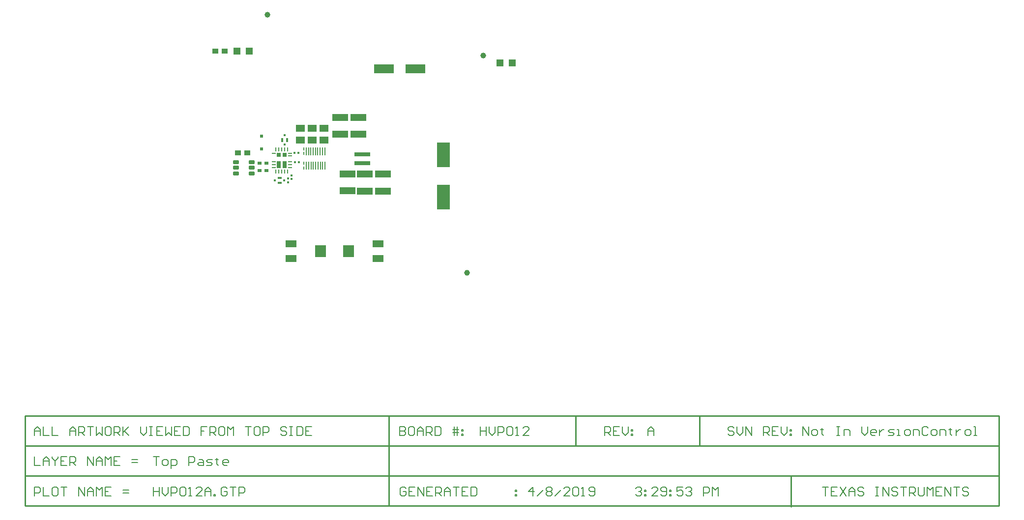
<source format=gtp>
G04*
G04 #@! TF.GenerationSoftware,Altium Limited,Altium Designer,18.1.9 (240)*
G04*
G04 Layer_Color=9021481*
%FSAX25Y25*%
%MOIN*%
G70*
G01*
G75*
%ADD16C,0.01000*%
%ADD17C,0.00800*%
G04:AMPARAMS|DCode=26|XSize=27.95mil|YSize=29.53mil|CornerRadius=1.82mil|HoleSize=0mil|Usage=FLASHONLY|Rotation=90.000|XOffset=0mil|YOffset=0mil|HoleType=Round|Shape=RoundedRectangle|*
%AMROUNDEDRECTD26*
21,1,0.02795,0.02589,0,0,90.0*
21,1,0.02432,0.02953,0,0,90.0*
1,1,0.00363,0.01295,0.01216*
1,1,0.00363,0.01295,-0.01216*
1,1,0.00363,-0.01295,-0.01216*
1,1,0.00363,-0.01295,0.01216*
%
%ADD26ROUNDEDRECTD26*%
G04:AMPARAMS|DCode=27|XSize=44.49mil|YSize=29.53mil|CornerRadius=1.92mil|HoleSize=0mil|Usage=FLASHONLY|Rotation=90.000|XOffset=0mil|YOffset=0mil|HoleType=Round|Shape=RoundedRectangle|*
%AMROUNDEDRECTD27*
21,1,0.04449,0.02569,0,0,90.0*
21,1,0.04065,0.02953,0,0,90.0*
1,1,0.00384,0.01284,0.02032*
1,1,0.00384,0.01284,-0.02032*
1,1,0.00384,-0.01284,-0.02032*
1,1,0.00384,-0.01284,0.02032*
%
%ADD27ROUNDEDRECTD27*%
G04:AMPARAMS|DCode=28|XSize=9.84mil|YSize=23.62mil|CornerRadius=1.97mil|HoleSize=0mil|Usage=FLASHONLY|Rotation=90.000|XOffset=0mil|YOffset=0mil|HoleType=Round|Shape=RoundedRectangle|*
%AMROUNDEDRECTD28*
21,1,0.00984,0.01968,0,0,90.0*
21,1,0.00591,0.02362,0,0,90.0*
1,1,0.00394,0.00984,0.00295*
1,1,0.00394,0.00984,-0.00295*
1,1,0.00394,-0.00984,-0.00295*
1,1,0.00394,-0.00984,0.00295*
%
%ADD28ROUNDEDRECTD28*%
G04:AMPARAMS|DCode=29|XSize=9.84mil|YSize=23.62mil|CornerRadius=1.97mil|HoleSize=0mil|Usage=FLASHONLY|Rotation=0.000|XOffset=0mil|YOffset=0mil|HoleType=Round|Shape=RoundedRectangle|*
%AMROUNDEDRECTD29*
21,1,0.00984,0.01968,0,0,0.0*
21,1,0.00591,0.02362,0,0,0.0*
1,1,0.00394,0.00295,-0.00984*
1,1,0.00394,-0.00295,-0.00984*
1,1,0.00394,-0.00295,0.00984*
1,1,0.00394,0.00295,0.00984*
%
%ADD29ROUNDEDRECTD29*%
%ADD30R,0.10630X0.05118*%
%ADD31R,0.01575X0.01575*%
%ADD32R,0.03150X0.01575*%
%ADD33R,0.06300X0.05000*%
%ADD34R,0.13780X0.06299*%
%ADD35R,0.03937X0.03740*%
%ADD36R,0.01575X0.01575*%
%ADD37R,0.01575X0.03150*%
%ADD38R,0.08661X0.16535*%
%ADD39R,0.01968X0.01968*%
%ADD40R,0.04724X0.04724*%
%ADD41C,0.03937*%
%ADD42O,0.00709X0.05362*%
%ADD43O,0.00709X0.02205*%
%ADD44R,0.03150X0.02362*%
%ADD45R,0.01811X0.01654*%
%ADD46R,0.10827X0.02559*%
%ADD47R,0.01654X0.01811*%
%ADD48R,0.07480X0.05118*%
%ADD49R,0.07480X0.07874*%
G04:AMPARAMS|DCode=50|XSize=23.62mil|YSize=39.37mil|CornerRadius=2.01mil|HoleSize=0mil|Usage=FLASHONLY|Rotation=90.000|XOffset=0mil|YOffset=0mil|HoleType=Round|Shape=RoundedRectangle|*
%AMROUNDEDRECTD50*
21,1,0.02362,0.03535,0,0,90.0*
21,1,0.01961,0.03937,0,0,90.0*
1,1,0.00402,0.01768,0.00980*
1,1,0.00402,0.01768,-0.00980*
1,1,0.00402,-0.01768,-0.00980*
1,1,0.00402,-0.01768,0.00980*
%
%ADD50ROUNDEDRECTD50*%
G54D16*
X0497200Y0080717D02*
Y0101050D01*
X0413200Y0080717D02*
Y0101050D01*
X0040000Y0080717D02*
X0700200D01*
X0040000Y0060383D02*
X0700000D01*
X0040000Y0040050D02*
X0440500D01*
X0040050Y0101050D02*
X0700200D01*
X0040050Y0040050D02*
Y0101050D01*
Y0040050D02*
X0197600D01*
X0040000D02*
Y0101050D01*
X0286500Y0040050D02*
Y0101050D01*
X0700200Y0040050D02*
Y0101050D01*
X0440500Y0040050D02*
X0700200D01*
X0559400Y0039400D02*
Y0059683D01*
G54D17*
X0126900Y0073549D02*
X0130899D01*
X0128899D01*
Y0067551D01*
X0133898D02*
X0135897D01*
X0136897Y0068550D01*
Y0070550D01*
X0135897Y0071549D01*
X0133898D01*
X0132898Y0070550D01*
Y0068550D01*
X0133898Y0067551D01*
X0138896Y0065551D02*
Y0071549D01*
X0141895D01*
X0142895Y0070550D01*
Y0068550D01*
X0141895Y0067551D01*
X0138896D01*
X0150892D02*
Y0073549D01*
X0153891D01*
X0154891Y0072549D01*
Y0070550D01*
X0153891Y0069550D01*
X0150892D01*
X0157890Y0071549D02*
X0159889D01*
X0160889Y0070550D01*
Y0067551D01*
X0157890D01*
X0156890Y0068550D01*
X0157890Y0069550D01*
X0160889D01*
X0162888Y0067551D02*
X0165887D01*
X0166887Y0068550D01*
X0165887Y0069550D01*
X0163888D01*
X0162888Y0070550D01*
X0163888Y0071549D01*
X0166887D01*
X0169886Y0072549D02*
Y0071549D01*
X0168886D01*
X0170886D01*
X0169886D01*
Y0068550D01*
X0170886Y0067551D01*
X0176884D02*
X0174884D01*
X0173885Y0068550D01*
Y0070550D01*
X0174884Y0071549D01*
X0176884D01*
X0177884Y0070550D01*
Y0069550D01*
X0173885D01*
X0567400Y0087833D02*
Y0093831D01*
X0571399Y0087833D01*
Y0093831D01*
X0574398Y0087833D02*
X0576397D01*
X0577397Y0088833D01*
Y0090832D01*
X0576397Y0091832D01*
X0574398D01*
X0573398Y0090832D01*
Y0088833D01*
X0574398Y0087833D01*
X0580396Y0092832D02*
Y0091832D01*
X0579396D01*
X0581395D01*
X0580396D01*
Y0088833D01*
X0581395Y0087833D01*
X0590393Y0093831D02*
X0592392D01*
X0591392D01*
Y0087833D01*
X0590393D01*
X0592392D01*
X0595391D02*
Y0091832D01*
X0598390D01*
X0599390Y0090832D01*
Y0087833D01*
X0607387Y0093831D02*
Y0089833D01*
X0609386Y0087833D01*
X0611386Y0089833D01*
Y0093831D01*
X0616384Y0087833D02*
X0614385D01*
X0613385Y0088833D01*
Y0090832D01*
X0614385Y0091832D01*
X0616384D01*
X0617384Y0090832D01*
Y0089833D01*
X0613385D01*
X0619383Y0091832D02*
Y0087833D01*
Y0089833D01*
X0620383Y0090832D01*
X0621383Y0091832D01*
X0622382D01*
X0625381Y0087833D02*
X0628380D01*
X0629380Y0088833D01*
X0628380Y0089833D01*
X0626381D01*
X0625381Y0090832D01*
X0626381Y0091832D01*
X0629380D01*
X0631379Y0087833D02*
X0633379D01*
X0632379D01*
Y0091832D01*
X0631379D01*
X0637377Y0087833D02*
X0639377D01*
X0640376Y0088833D01*
Y0090832D01*
X0639377Y0091832D01*
X0637377D01*
X0636378Y0090832D01*
Y0088833D01*
X0637377Y0087833D01*
X0642376D02*
Y0091832D01*
X0645375D01*
X0646374Y0090832D01*
Y0087833D01*
X0652373Y0092832D02*
X0651373Y0093831D01*
X0649373D01*
X0648374Y0092832D01*
Y0088833D01*
X0649373Y0087833D01*
X0651373D01*
X0652373Y0088833D01*
X0655372Y0087833D02*
X0657371D01*
X0658371Y0088833D01*
Y0090832D01*
X0657371Y0091832D01*
X0655372D01*
X0654372Y0090832D01*
Y0088833D01*
X0655372Y0087833D01*
X0660370D02*
Y0091832D01*
X0663369D01*
X0664369Y0090832D01*
Y0087833D01*
X0667368Y0092832D02*
Y0091832D01*
X0666368D01*
X0668367D01*
X0667368D01*
Y0088833D01*
X0668367Y0087833D01*
X0671366Y0091832D02*
Y0087833D01*
Y0089833D01*
X0672366Y0090832D01*
X0673366Y0091832D01*
X0674365D01*
X0678364Y0087833D02*
X0680364D01*
X0681363Y0088833D01*
Y0090832D01*
X0680364Y0091832D01*
X0678364D01*
X0677364Y0090832D01*
Y0088833D01*
X0678364Y0087833D01*
X0683362D02*
X0685362D01*
X0684362D01*
Y0093831D01*
X0683362D01*
X0520799Y0092832D02*
X0519799Y0093831D01*
X0517800D01*
X0516800Y0092832D01*
Y0091832D01*
X0517800Y0090832D01*
X0519799D01*
X0520799Y0089833D01*
Y0088833D01*
X0519799Y0087833D01*
X0517800D01*
X0516800Y0088833D01*
X0522798Y0093831D02*
Y0089833D01*
X0524797Y0087833D01*
X0526797Y0089833D01*
Y0093831D01*
X0528796Y0087833D02*
Y0093831D01*
X0532795Y0087833D01*
Y0093831D01*
X0540792Y0087833D02*
Y0093831D01*
X0543791D01*
X0544791Y0092832D01*
Y0090832D01*
X0543791Y0089833D01*
X0540792D01*
X0542792D02*
X0544791Y0087833D01*
X0550789Y0093831D02*
X0546790D01*
Y0087833D01*
X0550789D01*
X0546790Y0090832D02*
X0548790D01*
X0552788Y0093831D02*
Y0089833D01*
X0554788Y0087833D01*
X0556787Y0089833D01*
Y0093831D01*
X0558786Y0091832D02*
X0559786D01*
Y0090832D01*
X0558786D01*
Y0091832D01*
Y0088833D02*
X0559786D01*
Y0087833D01*
X0558786D01*
Y0088833D01*
X0433000Y0087833D02*
Y0093831D01*
X0435999D01*
X0436999Y0092832D01*
Y0090832D01*
X0435999Y0089833D01*
X0433000D01*
X0434999D02*
X0436999Y0087833D01*
X0442997Y0093831D02*
X0438998D01*
Y0087833D01*
X0442997D01*
X0438998Y0090832D02*
X0440997D01*
X0444996Y0093831D02*
Y0089833D01*
X0446995Y0087833D01*
X0448995Y0089833D01*
Y0093831D01*
X0450994Y0091832D02*
X0451994D01*
Y0090832D01*
X0450994D01*
Y0091832D01*
Y0088833D02*
X0451994D01*
Y0087833D01*
X0450994D01*
Y0088833D01*
X0126900Y0052965D02*
Y0046966D01*
Y0049966D01*
X0130899D01*
Y0052965D01*
Y0046966D01*
X0132898Y0052965D02*
Y0048966D01*
X0134897Y0046966D01*
X0136897Y0048966D01*
Y0052965D01*
X0138896Y0046966D02*
Y0052965D01*
X0141895D01*
X0142895Y0051965D01*
Y0049966D01*
X0141895Y0048966D01*
X0138896D01*
X0144894Y0051965D02*
X0145894Y0052965D01*
X0147893D01*
X0148893Y0051965D01*
Y0047966D01*
X0147893Y0046966D01*
X0145894D01*
X0144894Y0047966D01*
Y0051965D01*
X0150892Y0046966D02*
X0152892D01*
X0151892D01*
Y0052965D01*
X0150892Y0051965D01*
X0159889Y0046966D02*
X0155891D01*
X0159889Y0050965D01*
Y0051965D01*
X0158890Y0052965D01*
X0156890D01*
X0155891Y0051965D01*
X0161889Y0046966D02*
Y0050965D01*
X0163888Y0052965D01*
X0165887Y0050965D01*
Y0046966D01*
Y0049966D01*
X0161889D01*
X0167887Y0046966D02*
Y0047966D01*
X0168886D01*
Y0046966D01*
X0167887D01*
X0176884Y0051965D02*
X0175884Y0052965D01*
X0173885D01*
X0172885Y0051965D01*
Y0047966D01*
X0173885Y0046966D01*
X0175884D01*
X0176884Y0047966D01*
Y0049966D01*
X0174884D01*
X0178883Y0052965D02*
X0182882D01*
X0180883D01*
Y0046966D01*
X0184881D02*
Y0052965D01*
X0187880D01*
X0188880Y0051965D01*
Y0049966D01*
X0187880Y0048966D01*
X0184881D01*
X0384149Y0046966D02*
Y0052965D01*
X0381150Y0049966D01*
X0385149D01*
X0387148Y0046966D02*
X0391147Y0050965D01*
X0393146Y0051965D02*
X0394146Y0052965D01*
X0396145D01*
X0397145Y0051965D01*
Y0050965D01*
X0396145Y0049966D01*
X0397145Y0048966D01*
Y0047966D01*
X0396145Y0046966D01*
X0394146D01*
X0393146Y0047966D01*
Y0048966D01*
X0394146Y0049966D01*
X0393146Y0050965D01*
Y0051965D01*
X0394146Y0049966D02*
X0396145D01*
X0399144Y0046966D02*
X0403143Y0050965D01*
X0409141Y0046966D02*
X0405142D01*
X0409141Y0050965D01*
Y0051965D01*
X0408141Y0052965D01*
X0406142D01*
X0405142Y0051965D01*
X0411140D02*
X0412140Y0052965D01*
X0414139D01*
X0415139Y0051965D01*
Y0047966D01*
X0414139Y0046966D01*
X0412140D01*
X0411140Y0047966D01*
Y0051965D01*
X0417138Y0046966D02*
X0419138D01*
X0418138D01*
Y0052965D01*
X0417138Y0051965D01*
X0422137Y0047966D02*
X0423136Y0046966D01*
X0425136D01*
X0426135Y0047966D01*
Y0051965D01*
X0425136Y0052965D01*
X0423136D01*
X0422137Y0051965D01*
Y0050965D01*
X0423136Y0049966D01*
X0426135D01*
X0298199Y0051965D02*
X0297199Y0052965D01*
X0295200D01*
X0294200Y0051965D01*
Y0047966D01*
X0295200Y0046966D01*
X0297199D01*
X0298199Y0047966D01*
Y0049966D01*
X0296199D01*
X0304197Y0052965D02*
X0300198D01*
Y0046966D01*
X0304197D01*
X0300198Y0049966D02*
X0302197D01*
X0306196Y0046966D02*
Y0052965D01*
X0310195Y0046966D01*
Y0052965D01*
X0316193D02*
X0312194D01*
Y0046966D01*
X0316193D01*
X0312194Y0049966D02*
X0314194D01*
X0318192Y0046966D02*
Y0052965D01*
X0321191D01*
X0322191Y0051965D01*
Y0049966D01*
X0321191Y0048966D01*
X0318192D01*
X0320192D02*
X0322191Y0046966D01*
X0324190D02*
Y0050965D01*
X0326190Y0052965D01*
X0328189Y0050965D01*
Y0046966D01*
Y0049966D01*
X0324190D01*
X0330188Y0052965D02*
X0334187D01*
X0332188D01*
Y0046966D01*
X0340185Y0052965D02*
X0336186D01*
Y0046966D01*
X0340185D01*
X0336186Y0049966D02*
X0338186D01*
X0342184Y0052965D02*
Y0046966D01*
X0345183D01*
X0346183Y0047966D01*
Y0051965D01*
X0345183Y0052965D01*
X0342184D01*
X0372175Y0050965D02*
X0373175D01*
Y0049966D01*
X0372175D01*
Y0050965D01*
Y0047966D02*
X0373175D01*
Y0046966D01*
X0372175D01*
Y0047966D01*
X0046350Y0087833D02*
Y0091832D01*
X0048349Y0093831D01*
X0050349Y0091832D01*
Y0087833D01*
Y0090832D01*
X0046350D01*
X0052348Y0093831D02*
Y0087833D01*
X0056347D01*
X0058346Y0093831D02*
Y0087833D01*
X0062345D01*
X0070342D02*
Y0091832D01*
X0072342Y0093831D01*
X0074341Y0091832D01*
Y0087833D01*
Y0090832D01*
X0070342D01*
X0076340Y0087833D02*
Y0093831D01*
X0079339D01*
X0080339Y0092832D01*
Y0090832D01*
X0079339Y0089833D01*
X0076340D01*
X0078340D02*
X0080339Y0087833D01*
X0082338Y0093831D02*
X0086337D01*
X0084338D01*
Y0087833D01*
X0088336Y0093831D02*
Y0087833D01*
X0090336Y0089833D01*
X0092335Y0087833D01*
Y0093831D01*
X0097334D02*
X0095334D01*
X0094335Y0092832D01*
Y0088833D01*
X0095334Y0087833D01*
X0097334D01*
X0098333Y0088833D01*
Y0092832D01*
X0097334Y0093831D01*
X0100332Y0087833D02*
Y0093831D01*
X0103332D01*
X0104331Y0092832D01*
Y0090832D01*
X0103332Y0089833D01*
X0100332D01*
X0102332D02*
X0104331Y0087833D01*
X0106331Y0093831D02*
Y0087833D01*
Y0089833D01*
X0110329Y0093831D01*
X0107330Y0090832D01*
X0110329Y0087833D01*
X0118327Y0093831D02*
Y0089833D01*
X0120326Y0087833D01*
X0122325Y0089833D01*
Y0093831D01*
X0124325D02*
X0126324D01*
X0125324D01*
Y0087833D01*
X0124325D01*
X0126324D01*
X0133322Y0093831D02*
X0129323D01*
Y0087833D01*
X0133322D01*
X0129323Y0090832D02*
X0131323D01*
X0135321Y0093831D02*
Y0087833D01*
X0137321Y0089833D01*
X0139320Y0087833D01*
Y0093831D01*
X0145318D02*
X0141319D01*
Y0087833D01*
X0145318D01*
X0141319Y0090832D02*
X0143319D01*
X0147317Y0093831D02*
Y0087833D01*
X0150316D01*
X0151316Y0088833D01*
Y0092832D01*
X0150316Y0093831D01*
X0147317D01*
X0163312D02*
X0159313D01*
Y0090832D01*
X0161313D01*
X0159313D01*
Y0087833D01*
X0165312D02*
Y0093831D01*
X0168310D01*
X0169310Y0092832D01*
Y0090832D01*
X0168310Y0089833D01*
X0165312D01*
X0167311D02*
X0169310Y0087833D01*
X0174309Y0093831D02*
X0172309D01*
X0171310Y0092832D01*
Y0088833D01*
X0172309Y0087833D01*
X0174309D01*
X0175308Y0088833D01*
Y0092832D01*
X0174309Y0093831D01*
X0177308Y0087833D02*
Y0093831D01*
X0179307Y0091832D01*
X0181306Y0093831D01*
Y0087833D01*
X0189304Y0093831D02*
X0193303D01*
X0191303D01*
Y0087833D01*
X0198301Y0093831D02*
X0196301D01*
X0195302Y0092832D01*
Y0088833D01*
X0196301Y0087833D01*
X0198301D01*
X0199301Y0088833D01*
Y0092832D01*
X0198301Y0093831D01*
X0201300Y0087833D02*
Y0093831D01*
X0204299D01*
X0205299Y0092832D01*
Y0090832D01*
X0204299Y0089833D01*
X0201300D01*
X0217295Y0092832D02*
X0216295Y0093831D01*
X0214296D01*
X0213296Y0092832D01*
Y0091832D01*
X0214296Y0090832D01*
X0216295D01*
X0217295Y0089833D01*
Y0088833D01*
X0216295Y0087833D01*
X0214296D01*
X0213296Y0088833D01*
X0219294Y0093831D02*
X0221293D01*
X0220294D01*
Y0087833D01*
X0219294D01*
X0221293D01*
X0224292Y0093831D02*
Y0087833D01*
X0227291D01*
X0228291Y0088833D01*
Y0092832D01*
X0227291Y0093831D01*
X0224292D01*
X0234289D02*
X0230291D01*
Y0087833D01*
X0234289D01*
X0230291Y0090832D02*
X0232290D01*
X0462150Y0087833D02*
Y0091832D01*
X0464149Y0093831D01*
X0466149Y0091832D01*
Y0087833D01*
Y0090832D01*
X0462150D01*
X0348550Y0093831D02*
Y0087833D01*
Y0090832D01*
X0352549D01*
Y0093831D01*
Y0087833D01*
X0354548Y0093831D02*
Y0089833D01*
X0356547Y0087833D01*
X0358547Y0089833D01*
Y0093831D01*
X0360546Y0087833D02*
Y0093831D01*
X0363545D01*
X0364545Y0092832D01*
Y0090832D01*
X0363545Y0089833D01*
X0360546D01*
X0366544Y0092832D02*
X0367544Y0093831D01*
X0369543D01*
X0370543Y0092832D01*
Y0088833D01*
X0369543Y0087833D01*
X0367544D01*
X0366544Y0088833D01*
Y0092832D01*
X0372542Y0087833D02*
X0374542D01*
X0373542D01*
Y0093831D01*
X0372542Y0092832D01*
X0381539Y0087833D02*
X0377541D01*
X0381539Y0091832D01*
Y0092832D01*
X0380540Y0093831D01*
X0378540D01*
X0377541Y0092832D01*
X0294000Y0093831D02*
Y0087833D01*
X0296999D01*
X0297999Y0088833D01*
Y0089833D01*
X0296999Y0090832D01*
X0294000D01*
X0296999D01*
X0297999Y0091832D01*
Y0092832D01*
X0296999Y0093831D01*
X0294000D01*
X0302997D02*
X0300998D01*
X0299998Y0092832D01*
Y0088833D01*
X0300998Y0087833D01*
X0302997D01*
X0303997Y0088833D01*
Y0092832D01*
X0302997Y0093831D01*
X0305996Y0087833D02*
Y0091832D01*
X0307996Y0093831D01*
X0309995Y0091832D01*
Y0087833D01*
Y0090832D01*
X0305996D01*
X0311994Y0087833D02*
Y0093831D01*
X0314993D01*
X0315993Y0092832D01*
Y0090832D01*
X0314993Y0089833D01*
X0311994D01*
X0313994D02*
X0315993Y0087833D01*
X0317992Y0093831D02*
Y0087833D01*
X0320991D01*
X0321991Y0088833D01*
Y0092832D01*
X0320991Y0093831D01*
X0317992D01*
X0330988Y0087833D02*
Y0093831D01*
X0332987D02*
Y0087833D01*
X0329988Y0091832D02*
X0332987D01*
X0333987D01*
X0329988Y0089833D02*
X0333987D01*
X0335986Y0091832D02*
X0336986D01*
Y0090832D01*
X0335986D01*
Y0091832D01*
Y0088833D02*
X0336986D01*
Y0087833D01*
X0335986D01*
Y0088833D01*
X0046350Y0073549D02*
Y0067551D01*
X0050349D01*
X0052348D02*
Y0071549D01*
X0054347Y0073549D01*
X0056347Y0071549D01*
Y0067551D01*
Y0070550D01*
X0052348D01*
X0058346Y0073549D02*
Y0072549D01*
X0060346Y0070550D01*
X0062345Y0072549D01*
Y0073549D01*
X0060346Y0070550D02*
Y0067551D01*
X0068343Y0073549D02*
X0064344D01*
Y0067551D01*
X0068343D01*
X0064344Y0070550D02*
X0066343D01*
X0070342Y0067551D02*
Y0073549D01*
X0073341D01*
X0074341Y0072549D01*
Y0070550D01*
X0073341Y0069550D01*
X0070342D01*
X0072342D02*
X0074341Y0067551D01*
X0082338D02*
Y0073549D01*
X0086337Y0067551D01*
Y0073549D01*
X0088336Y0067551D02*
Y0071549D01*
X0090336Y0073549D01*
X0092335Y0071549D01*
Y0067551D01*
Y0070550D01*
X0088336D01*
X0094335Y0067551D02*
Y0073549D01*
X0096334Y0071549D01*
X0098333Y0073549D01*
Y0067551D01*
X0104331Y0073549D02*
X0100332D01*
Y0067551D01*
X0104331D01*
X0100332Y0070550D02*
X0102332D01*
X0112329Y0069550D02*
X0116327D01*
X0112329Y0071549D02*
X0116327D01*
X0046350Y0046966D02*
Y0052965D01*
X0049349D01*
X0050349Y0051965D01*
Y0049966D01*
X0049349Y0048966D01*
X0046350D01*
X0052348Y0052965D02*
Y0046966D01*
X0056347D01*
X0061345Y0052965D02*
X0059346D01*
X0058346Y0051965D01*
Y0047966D01*
X0059346Y0046966D01*
X0061345D01*
X0062345Y0047966D01*
Y0051965D01*
X0061345Y0052965D01*
X0064344D02*
X0068343D01*
X0066343D01*
Y0046966D01*
X0076340D02*
Y0052965D01*
X0080339Y0046966D01*
Y0052965D01*
X0082338Y0046966D02*
Y0050965D01*
X0084338Y0052965D01*
X0086337Y0050965D01*
Y0046966D01*
Y0049966D01*
X0082338D01*
X0088336Y0046966D02*
Y0052965D01*
X0090336Y0050965D01*
X0092335Y0052965D01*
Y0046966D01*
X0098333Y0052965D02*
X0094335D01*
Y0046966D01*
X0098333D01*
X0094335Y0049966D02*
X0096334D01*
X0106331Y0048966D02*
X0110329D01*
X0106331Y0050965D02*
X0110329D01*
X0454050Y0051965D02*
X0455050Y0052965D01*
X0457049D01*
X0458049Y0051965D01*
Y0050965D01*
X0457049Y0049966D01*
X0456049D01*
X0457049D01*
X0458049Y0048966D01*
Y0047966D01*
X0457049Y0046966D01*
X0455050D01*
X0454050Y0047966D01*
X0460048Y0050965D02*
X0461048D01*
Y0049966D01*
X0460048D01*
Y0050965D01*
Y0047966D02*
X0461048D01*
Y0046966D01*
X0460048D01*
Y0047966D01*
X0469045Y0046966D02*
X0465046D01*
X0469045Y0050965D01*
Y0051965D01*
X0468046Y0052965D01*
X0466046D01*
X0465046Y0051965D01*
X0471044Y0047966D02*
X0472044Y0046966D01*
X0474044D01*
X0475043Y0047966D01*
Y0051965D01*
X0474044Y0052965D01*
X0472044D01*
X0471044Y0051965D01*
Y0050965D01*
X0472044Y0049966D01*
X0475043D01*
X0477043Y0050965D02*
X0478042D01*
Y0049966D01*
X0477043D01*
Y0050965D01*
Y0047966D02*
X0478042D01*
Y0046966D01*
X0477043D01*
Y0047966D01*
X0486040Y0052965D02*
X0482041D01*
Y0049966D01*
X0484040Y0050965D01*
X0485040D01*
X0486040Y0049966D01*
Y0047966D01*
X0485040Y0046966D01*
X0483041D01*
X0482041Y0047966D01*
X0488039Y0051965D02*
X0489039Y0052965D01*
X0491038D01*
X0492038Y0051965D01*
Y0050965D01*
X0491038Y0049966D01*
X0490038D01*
X0491038D01*
X0492038Y0048966D01*
Y0047966D01*
X0491038Y0046966D01*
X0489039D01*
X0488039Y0047966D01*
X0500035Y0046966D02*
Y0052965D01*
X0503034D01*
X0504034Y0051965D01*
Y0049966D01*
X0503034Y0048966D01*
X0500035D01*
X0506033Y0046966D02*
Y0052965D01*
X0508033Y0050965D01*
X0510032Y0052965D01*
Y0046966D01*
X0580500Y0052965D02*
X0584499D01*
X0582499D01*
Y0046966D01*
X0590497Y0052965D02*
X0586498D01*
Y0046966D01*
X0590497D01*
X0586498Y0049966D02*
X0588497D01*
X0592496Y0052965D02*
X0596495Y0046966D01*
Y0052965D02*
X0592496Y0046966D01*
X0598494D02*
Y0050965D01*
X0600493Y0052965D01*
X0602493Y0050965D01*
Y0046966D01*
Y0049966D01*
X0598494D01*
X0608491Y0051965D02*
X0607491Y0052965D01*
X0605492D01*
X0604492Y0051965D01*
Y0050965D01*
X0605492Y0049966D01*
X0607491D01*
X0608491Y0048966D01*
Y0047966D01*
X0607491Y0046966D01*
X0605492D01*
X0604492Y0047966D01*
X0616488Y0052965D02*
X0618488D01*
X0617488D01*
Y0046966D01*
X0616488D01*
X0618488D01*
X0621487D02*
Y0052965D01*
X0625486Y0046966D01*
Y0052965D01*
X0631484Y0051965D02*
X0630484Y0052965D01*
X0628484D01*
X0627485Y0051965D01*
Y0050965D01*
X0628484Y0049966D01*
X0630484D01*
X0631484Y0048966D01*
Y0047966D01*
X0630484Y0046966D01*
X0628484D01*
X0627485Y0047966D01*
X0633483Y0052965D02*
X0637482D01*
X0635482D01*
Y0046966D01*
X0639481D02*
Y0052965D01*
X0642480D01*
X0643480Y0051965D01*
Y0049966D01*
X0642480Y0048966D01*
X0639481D01*
X0641480D02*
X0643480Y0046966D01*
X0645479Y0052965D02*
Y0047966D01*
X0646479Y0046966D01*
X0648478D01*
X0649478Y0047966D01*
Y0052965D01*
X0651477Y0046966D02*
Y0052965D01*
X0653476Y0050965D01*
X0655476Y0052965D01*
Y0046966D01*
X0661474Y0052965D02*
X0657475D01*
Y0046966D01*
X0661474D01*
X0657475Y0049966D02*
X0659474D01*
X0663473Y0046966D02*
Y0052965D01*
X0667472Y0046966D01*
Y0052965D01*
X0669471D02*
X0673470D01*
X0671471D01*
Y0046966D01*
X0679468Y0051965D02*
X0678468Y0052965D01*
X0676469D01*
X0675469Y0051965D01*
Y0050965D01*
X0676469Y0049966D01*
X0678468D01*
X0679468Y0048966D01*
Y0047966D01*
X0678468Y0046966D01*
X0676469D01*
X0675469Y0047966D01*
G54D26*
X0215870Y0278239D02*
D03*
X0212130D02*
D03*
G54D27*
X0215870Y0271447D02*
D03*
X0212130D02*
D03*
G54D28*
X0208488Y0279321D02*
D03*
Y0271447D02*
D03*
Y0269479D02*
D03*
Y0273416D02*
D03*
X0219512D02*
D03*
Y0269479D02*
D03*
Y0271447D02*
D03*
Y0277353D02*
D03*
Y0279321D02*
D03*
G54D29*
X0214000Y0281880D02*
D03*
X0212032D02*
D03*
X0210063D02*
D03*
X0215968D02*
D03*
X0217937D02*
D03*
Y0266920D02*
D03*
X0215968D02*
D03*
X0210063D02*
D03*
X0212032D02*
D03*
X0214000D02*
D03*
G54D30*
X0270300Y0265009D02*
D03*
Y0253591D02*
D03*
X0258600Y0265109D02*
D03*
Y0253691D02*
D03*
X0265900Y0303609D02*
D03*
Y0292191D02*
D03*
X0253600Y0303509D02*
D03*
Y0292091D02*
D03*
X0282500Y0253591D02*
D03*
Y0265009D02*
D03*
G54D31*
X0209450Y0260800D02*
D03*
X0215750D02*
D03*
G54D32*
X0212600Y0262375D02*
D03*
Y0259225D02*
D03*
G54D33*
X0234500Y0288100D02*
D03*
Y0296100D02*
D03*
X0242600Y0288200D02*
D03*
Y0296200D02*
D03*
X0226600Y0288000D02*
D03*
Y0296000D02*
D03*
G54D34*
X0304581Y0336351D02*
D03*
X0283322D02*
D03*
G54D35*
X0184350Y0279500D02*
D03*
X0190650D02*
D03*
X0175250Y0348600D02*
D03*
X0168950D02*
D03*
G54D36*
X0216000Y0285050D02*
D03*
Y0291350D02*
D03*
G54D37*
X0214425Y0288200D02*
D03*
X0217575D02*
D03*
G54D38*
X0323549Y0278322D02*
D03*
Y0249581D02*
D03*
G54D39*
X0200200Y0282069D02*
D03*
Y0290731D02*
D03*
G54D40*
X0191834Y0348400D02*
D03*
X0183566D02*
D03*
X0370234Y0340600D02*
D03*
X0361966D02*
D03*
G54D41*
X0339700Y0198000D02*
D03*
X0350600Y0345400D02*
D03*
X0204300Y0373000D02*
D03*
G54D42*
X0243187Y0280600D02*
D03*
X0241612Y0280600D02*
D03*
X0240037Y0280600D02*
D03*
X0238462D02*
D03*
X0236887D02*
D03*
X0235313D02*
D03*
X0233738D02*
D03*
X0232163D02*
D03*
X0230588Y0280600D02*
D03*
X0243287Y0270900D02*
D03*
X0241712Y0270900D02*
D03*
X0240137Y0270900D02*
D03*
X0238562D02*
D03*
X0236987D02*
D03*
X0235413D02*
D03*
X0233838D02*
D03*
X0232263D02*
D03*
X0230688Y0270900D02*
D03*
G54D43*
X0229013Y0279021D02*
D03*
X0229013Y0282179D02*
D03*
X0229113Y0269321D02*
D03*
X0229113Y0272479D02*
D03*
G54D44*
X0198838Y0272600D02*
D03*
X0203562D02*
D03*
X0198838Y0267500D02*
D03*
X0203562D02*
D03*
G54D45*
X0222601Y0279600D02*
D03*
X0225199D02*
D03*
X0222901Y0273100D02*
D03*
X0225499D02*
D03*
G54D46*
X0268500Y0272349D02*
D03*
Y0278451D02*
D03*
G54D47*
X0218200Y0259501D02*
D03*
Y0262099D02*
D03*
X0220800Y0261701D02*
D03*
Y0264299D02*
D03*
G54D48*
X0220161Y0217821D02*
D03*
Y0207979D02*
D03*
X0279239D02*
D03*
Y0217821D02*
D03*
G54D49*
X0240239Y0212900D02*
D03*
X0259161D02*
D03*
G54D50*
X0182887Y0273140D02*
D03*
Y0269400D02*
D03*
Y0265660D02*
D03*
X0193713D02*
D03*
Y0269400D02*
D03*
Y0273140D02*
D03*
M02*

</source>
